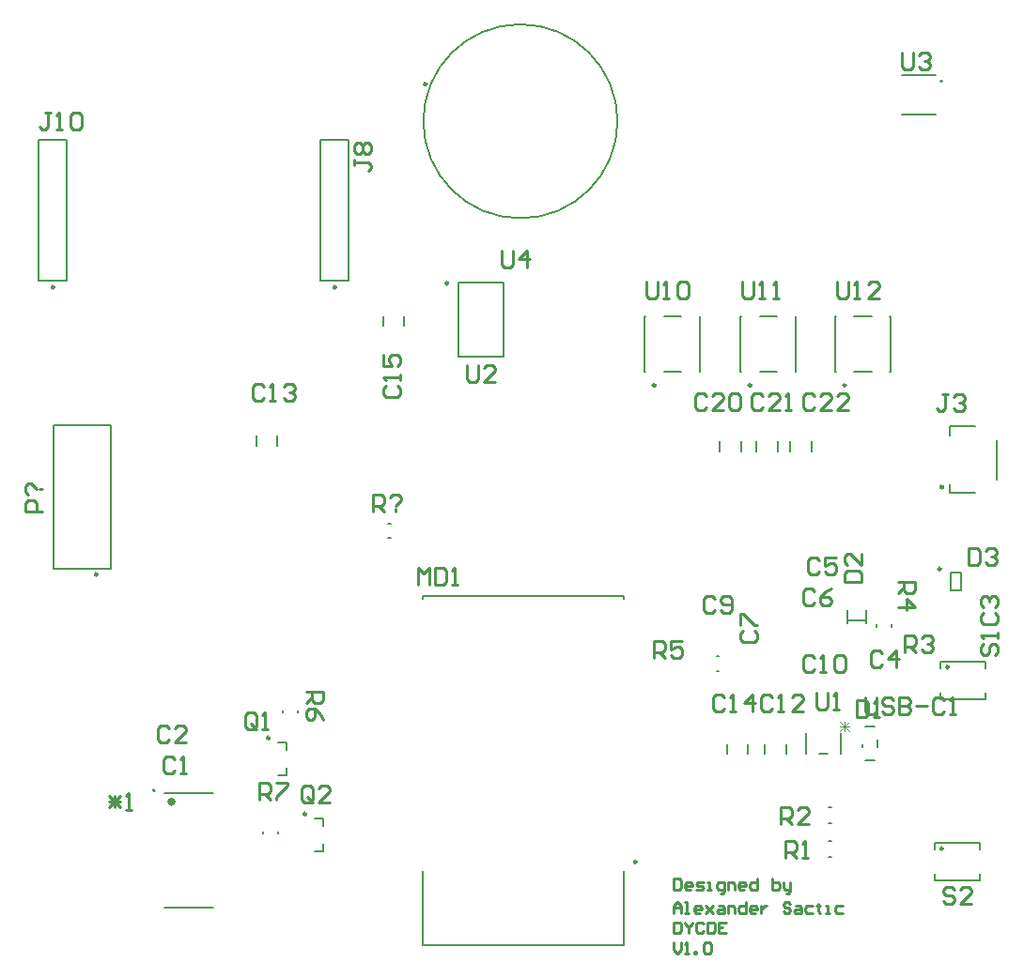
<source format=gbr>
%TF.GenerationSoftware,Altium Limited,Altium Designer,24.3.1 (35)*%
G04 Layer_Color=65535*
%FSLAX45Y45*%
%MOMM*%
%TF.SameCoordinates,335D41A4-EFD6-4B0F-B868-2B534B1C8AB3*%
%TF.FilePolarity,Positive*%
%TF.FileFunction,Legend,Top*%
%TF.Part,Single*%
G01*
G75*
%TA.AperFunction,NonConductor*%
%ADD51C,0.25000*%
%ADD52C,0.20000*%
%ADD53C,0.15000*%
%ADD54C,0.30000*%
%ADD55C,0.10000*%
%ADD56C,0.12700*%
%ADD57C,0.15240*%
%ADD58C,0.25400*%
%ADD59C,0.07620*%
D51*
X5552500Y8790000D02*
G03*
X5552500Y8790000I-12500J0D01*
G01*
X3012500D02*
G03*
X3012500Y8790000I-12500J0D01*
G01*
X6368600Y10622900D02*
G03*
X6368600Y10622900I-12500J0D01*
G01*
X6563000Y8826300D02*
G03*
X6563000Y8826300I-12500J0D01*
G01*
X3401400Y6200100D02*
G03*
X3401400Y6200100I-12500J0D01*
G01*
X11002900Y6250100D02*
G03*
X11002900Y6250100I-12500J0D01*
G01*
X11073900Y5364000D02*
G03*
X11073900Y5364000I-12500J0D01*
G01*
X11023100Y3725698D02*
G03*
X11023100Y3725698I-12500J0D01*
G01*
X8432700Y7905400D02*
G03*
X8432700Y7905400I-12500J0D01*
G01*
X9296300D02*
G03*
X9296300Y7905400I-12500J0D01*
G01*
X10147200D02*
G03*
X10147200Y7905400I-12500J0D01*
G01*
X4954400Y4723900D02*
G03*
X4954400Y4723900I-12500J0D01*
G01*
X8262400Y3606800D02*
G03*
X8262400Y3606800I-12500J0D01*
G01*
X5284600Y4038100D02*
G03*
X5284600Y4038100I-12500J0D01*
G01*
D52*
X11016500Y10646400D02*
G03*
X11016500Y10646400I-10000J0D01*
G01*
X3919100Y4248400D02*
G03*
X3919100Y4248400I-10000J0D01*
G01*
X9340790Y7308454D02*
Y7398146D01*
X9531410Y7308454D02*
Y7398146D01*
X9645590Y7308454D02*
Y7398146D01*
X9836210Y7308454D02*
Y7398146D01*
X5413000Y8850000D02*
X5667000D01*
Y10120000D01*
X5413000D02*
X5667000D01*
X5413000Y8850000D02*
Y10120000D01*
X2873000Y8850000D02*
X3127000D01*
Y10120000D01*
X2873000D02*
X3127000D01*
X2873000Y8850000D02*
Y10120000D01*
X9201210Y7308454D02*
Y7398146D01*
X9010590Y7308454D02*
Y7398146D01*
X9995098Y4095902D02*
X10020102D01*
X9995098Y3955898D02*
X10020102D01*
X9995098Y3791102D02*
X10020102D01*
X9995098Y3651098D02*
X10020102D01*
X6165911Y8438754D02*
Y8528446D01*
X5975289Y8438754D02*
Y8528446D01*
X6653002Y8161299D02*
Y8831301D01*
X7062998Y8161299D02*
Y8831301D01*
X6653002D02*
X7062998D01*
X6653002Y8161299D02*
X7062998D01*
X3002400Y6246100D02*
X3525400D01*
Y7546100D01*
X3002400Y6246100D02*
Y7546100D01*
X3525400D01*
X9607611Y4577954D02*
Y4667646D01*
X9416989Y4577954D02*
Y4667646D01*
X10163901Y5756600D02*
Y5876600D01*
X10333899Y5756600D02*
Y5876600D01*
X10171400Y5784098D02*
X10326400D01*
X11092901Y6051601D02*
X11182899D01*
X11092901Y6216599D02*
X11182899D01*
X11092901Y6051601D02*
Y6216599D01*
X11182899Y6051601D02*
Y6216599D01*
X11001400Y5074001D02*
X11401400D01*
Y5134000D01*
X11001400Y5074001D02*
Y5134000D01*
Y5414000D02*
X11401400D01*
X11001400Y5354000D02*
Y5414000D01*
X11401400Y5354000D02*
Y5414000D01*
X10950600Y3435695D02*
X11350600D01*
Y3495695D01*
X10950600Y3435695D02*
Y3495695D01*
Y3775700D02*
X11350600D01*
X10950600Y3715700D02*
Y3775700D01*
X11350600Y3715700D02*
Y3775700D01*
X8335200Y8030400D02*
Y8530400D01*
X8835200Y8030400D02*
Y8530400D01*
X8830200Y8030400D02*
X8835200D01*
X8830200Y8530400D02*
X8835200D01*
X8335200D02*
X8340200D01*
X8335200Y8030400D02*
X8340200D01*
X8505200D02*
X8665200D01*
X8505200Y8530400D02*
X8665200D01*
X9198800Y8030400D02*
Y8530400D01*
X9698800Y8030400D02*
Y8530400D01*
X9693800Y8030400D02*
X9698800D01*
X9693800Y8530400D02*
X9698800D01*
X9198800D02*
X9203800D01*
X9198800Y8030400D02*
X9203800D01*
X9368800D02*
X9528800D01*
X9368800Y8530400D02*
X9528800D01*
X10049700Y8030400D02*
Y8530400D01*
X10549700Y8030400D02*
Y8530400D01*
X10544700Y8030400D02*
X10549700D01*
X10544700Y8530400D02*
X10549700D01*
X10049700D02*
X10054700D01*
X10049700Y8030400D02*
X10054700D01*
X10219700D02*
X10379700D01*
X10219700Y8530400D02*
X10379700D01*
X5025400Y4679899D02*
X5106899D01*
Y4613900D02*
Y4679899D01*
X5025400Y4387901D02*
X5106899D01*
Y4453900D01*
X9074089Y4577954D02*
Y4667646D01*
X9264711Y4577954D02*
Y4667646D01*
X10420198Y5727898D02*
Y5752902D01*
X10560202Y5727898D02*
Y5752902D01*
X4009100Y3193400D02*
X4449100D01*
X4009100Y4223400D02*
X4449100D01*
X8981603Y5464998D02*
X9001603D01*
X8981603Y5330002D02*
X9001603D01*
X5076002Y4955698D02*
Y4975698D01*
X5210998Y4955698D02*
Y4975698D01*
X4832289Y7359254D02*
Y7448946D01*
X5022911Y7359254D02*
Y7448946D01*
X6022503Y6653799D02*
X6042503D01*
X6022503Y6528801D02*
X6042503D01*
X8144901Y2857800D02*
Y3524301D01*
Y5975299D02*
Y6007801D01*
X6334902D02*
X8144901D01*
X6334902Y2857800D02*
Y3524301D01*
Y5975299D02*
Y6007801D01*
Y2857800D02*
X8144901D01*
X10318201Y4823602D02*
X10408199D01*
X10318201Y4523598D02*
X10408199D01*
X10293198Y4638599D02*
Y4668601D01*
X10433202Y4638599D02*
Y4708601D01*
X5355600Y3994099D02*
X5437099D01*
Y3928100D02*
Y3994099D01*
X5355600Y3702101D02*
X5437099D01*
Y3768100D01*
X5033198Y3863503D02*
Y3883503D01*
X4898202Y3863503D02*
Y3883503D01*
D53*
X8088600Y10287000D02*
G03*
X8088600Y10287000I-875000J0D01*
G01*
D54*
X4089100Y4148400D02*
G03*
X4089100Y4148400I-20000J0D01*
G01*
X11019898Y6987802D02*
G03*
X11019898Y6987802I-10000J0D01*
G01*
D55*
X10268200Y4828600D02*
G03*
X10268200Y4828600I-5000J0D01*
G01*
D56*
X10649000Y10703400D02*
X10955000D01*
X10649000Y10349400D02*
X10955000D01*
X11505898Y7052805D02*
Y7412804D01*
X11080900Y7532804D02*
X11308398D01*
X11080900Y7452804D02*
Y7532804D01*
Y6932800D02*
X11308398D01*
X11080900D02*
Y7012800D01*
D57*
X9786620Y4578985D02*
Y4769485D01*
X9903963Y4578985D02*
X9984237D01*
X10101580D02*
Y4769485D01*
D58*
X8597900Y3457355D02*
Y3357387D01*
X8647884D01*
X8664545Y3374048D01*
Y3440693D01*
X8647884Y3457355D01*
X8597900D01*
X8747852Y3357387D02*
X8714529D01*
X8697868Y3374048D01*
Y3407371D01*
X8714529Y3424032D01*
X8747852D01*
X8764513Y3407371D01*
Y3390709D01*
X8697868D01*
X8797836Y3357387D02*
X8847819D01*
X8864481Y3374048D01*
X8847819Y3390709D01*
X8814497D01*
X8797836Y3407371D01*
X8814497Y3424032D01*
X8864481D01*
X8897803Y3357387D02*
X8931126D01*
X8914465D01*
Y3424032D01*
X8897803D01*
X9014432Y3324064D02*
X9031094D01*
X9047755Y3340725D01*
Y3424032D01*
X8997771D01*
X8981110Y3407371D01*
Y3374048D01*
X8997771Y3357387D01*
X9047755D01*
X9081078D02*
Y3424032D01*
X9131061D01*
X9147723Y3407371D01*
Y3357387D01*
X9231029D02*
X9197707D01*
X9181045Y3374048D01*
Y3407371D01*
X9197707Y3424032D01*
X9231029D01*
X9247690Y3407371D01*
Y3390709D01*
X9181045D01*
X9347658Y3457355D02*
Y3357387D01*
X9297675D01*
X9281013Y3374048D01*
Y3407371D01*
X9297675Y3424032D01*
X9347658D01*
X9480949Y3457355D02*
Y3357387D01*
X9530933D01*
X9547594Y3374048D01*
Y3390709D01*
Y3407371D01*
X9530933Y3424032D01*
X9480949D01*
X9580917D02*
Y3374048D01*
X9597578Y3357387D01*
X9647562D01*
Y3340725D01*
X9630900Y3324064D01*
X9614239D01*
X9647562Y3357387D02*
Y3424032D01*
X8597900Y3143143D02*
Y3209788D01*
X8631223Y3243111D01*
X8664545Y3209788D01*
Y3143143D01*
Y3193127D01*
X8597900D01*
X8697868Y3143143D02*
X8731190D01*
X8714529D01*
Y3243111D01*
X8697868D01*
X8831158Y3143143D02*
X8797836D01*
X8781174Y3159804D01*
Y3193127D01*
X8797836Y3209788D01*
X8831158D01*
X8847819Y3193127D01*
Y3176465D01*
X8781174D01*
X8881142Y3209788D02*
X8947787Y3143143D01*
X8914465Y3176465D01*
X8947787Y3209788D01*
X8881142Y3143143D01*
X8997771Y3209788D02*
X9031094D01*
X9047755Y3193127D01*
Y3143143D01*
X8997771D01*
X8981110Y3159804D01*
X8997771Y3176465D01*
X9047755D01*
X9081078Y3143143D02*
Y3209788D01*
X9131061D01*
X9147723Y3193127D01*
Y3143143D01*
X9247690Y3243111D02*
Y3143143D01*
X9197707D01*
X9181045Y3159804D01*
Y3193127D01*
X9197707Y3209788D01*
X9247690D01*
X9330997Y3143143D02*
X9297675D01*
X9281013Y3159804D01*
Y3193127D01*
X9297675Y3209788D01*
X9330997D01*
X9347658Y3193127D01*
Y3176465D01*
X9281013D01*
X9380981Y3209788D02*
Y3143143D01*
Y3176465D01*
X9397642Y3193127D01*
X9414303Y3209788D01*
X9430965D01*
X9647562Y3226449D02*
X9630900Y3243111D01*
X9597578D01*
X9580917Y3226449D01*
Y3209788D01*
X9597578Y3193127D01*
X9630900D01*
X9647562Y3176465D01*
Y3159804D01*
X9630900Y3143143D01*
X9597578D01*
X9580917Y3159804D01*
X9697546Y3209788D02*
X9730868D01*
X9747529Y3193127D01*
Y3143143D01*
X9697546D01*
X9680884Y3159804D01*
X9697546Y3176465D01*
X9747529D01*
X9847497Y3209788D02*
X9797514D01*
X9780852Y3193127D01*
Y3159804D01*
X9797514Y3143143D01*
X9847497D01*
X9897481Y3226449D02*
Y3209788D01*
X9880820D01*
X9914142D01*
X9897481D01*
Y3159804D01*
X9914142Y3143143D01*
X9964126D02*
X9997449D01*
X9980788D01*
Y3209788D01*
X9964126D01*
X10114078D02*
X10064094D01*
X10047433Y3193127D01*
Y3159804D01*
X10064094Y3143143D01*
X10114078D01*
X8597900Y3062189D02*
Y2962221D01*
X8647884D01*
X8664545Y2978883D01*
Y3045528D01*
X8647884Y3062189D01*
X8597900D01*
X8697868D02*
Y3045528D01*
X8731190Y3012205D01*
X8764513Y3045528D01*
Y3062189D01*
X8731190Y3012205D02*
Y2962221D01*
X8864481Y3045528D02*
X8847819Y3062189D01*
X8814497D01*
X8797836Y3045528D01*
Y2978883D01*
X8814497Y2962221D01*
X8847819D01*
X8864481Y2978883D01*
X8897803Y3062189D02*
Y2962221D01*
X8947787D01*
X8964448Y2978883D01*
Y3045528D01*
X8947787Y3062189D01*
X8897803D01*
X9064416D02*
X8997771D01*
Y2962221D01*
X9064416D01*
X8997771Y3012205D02*
X9031094D01*
X8597900Y2881268D02*
Y2814623D01*
X8631223Y2781300D01*
X8664545Y2814623D01*
Y2881268D01*
X8697868Y2781300D02*
X8731190D01*
X8714529D01*
Y2881268D01*
X8697868Y2864606D01*
X8781174Y2781300D02*
Y2797961D01*
X8797836D01*
Y2781300D01*
X8781174D01*
X8864481Y2864606D02*
X8881142Y2881268D01*
X8914465D01*
X8931126Y2864606D01*
Y2797961D01*
X8914465Y2781300D01*
X8881142D01*
X8864481Y2797961D01*
Y2864606D01*
X2979387Y10368231D02*
X2928603D01*
X2953995D01*
Y10241272D01*
X2928603Y10215880D01*
X2903212D01*
X2877820Y10241272D01*
X3030171Y10215880D02*
X3080954D01*
X3055563D01*
Y10368231D01*
X3030171Y10342839D01*
X3157130D02*
X3182521Y10368231D01*
X3233305D01*
X3258697Y10342839D01*
Y10241272D01*
X3233305Y10215880D01*
X3182521D01*
X3157130Y10241272D01*
Y10342839D01*
X5715024Y9944108D02*
Y9893324D01*
Y9918716D01*
X5841983D01*
X5867375Y9893324D01*
Y9867933D01*
X5841983Y9842541D01*
X5740416Y9994892D02*
X5715024Y10020283D01*
Y10071067D01*
X5740416Y10096459D01*
X5765808D01*
X5791200Y10071067D01*
X5816592Y10096459D01*
X5841983D01*
X5867375Y10071067D01*
Y10020283D01*
X5841983Y9994892D01*
X5816592D01*
X5791200Y10020283D01*
X5765808Y9994892D01*
X5740416D01*
X5791200Y10020283D02*
Y10071067D01*
X10063480Y8841691D02*
Y8714732D01*
X10088872Y8689340D01*
X10139655D01*
X10165047Y8714732D01*
Y8841691D01*
X10215831Y8689340D02*
X10266614D01*
X10241223D01*
Y8841691D01*
X10215831Y8816299D01*
X10444357Y8689340D02*
X10342790D01*
X10444357Y8790907D01*
Y8816299D01*
X10418965Y8841691D01*
X10368181D01*
X10342790Y8816299D01*
X9212580Y8841691D02*
Y8714732D01*
X9237972Y8689340D01*
X9288755D01*
X9314147Y8714732D01*
Y8841691D01*
X9364931Y8689340D02*
X9415714D01*
X9390323D01*
Y8841691D01*
X9364931Y8816299D01*
X9491890Y8689340D02*
X9542673D01*
X9517281D01*
Y8841691D01*
X9491890Y8816299D01*
X8348980Y8841691D02*
Y8714732D01*
X8374372Y8689340D01*
X8425155D01*
X8450547Y8714732D01*
Y8841691D01*
X8501331Y8689340D02*
X8552114D01*
X8526723D01*
Y8841691D01*
X8501331Y8816299D01*
X8628290D02*
X8653681Y8841691D01*
X8704465D01*
X8729857Y8816299D01*
Y8714732D01*
X8704465Y8689340D01*
X8653681D01*
X8628290Y8714732D01*
Y8816299D01*
X9867933Y7810483D02*
X9842541Y7835875D01*
X9791758D01*
X9766366Y7810483D01*
Y7708917D01*
X9791758Y7683525D01*
X9842541D01*
X9867933Y7708917D01*
X10020284Y7683525D02*
X9918717D01*
X10020284Y7785092D01*
Y7810483D01*
X9994892Y7835875D01*
X9944108D01*
X9918717Y7810483D01*
X10172634Y7683525D02*
X10071067D01*
X10172634Y7785092D01*
Y7810483D01*
X10147243Y7835875D01*
X10096459D01*
X10071067Y7810483D01*
X9398025D02*
X9372633Y7835875D01*
X9321850D01*
X9296458Y7810483D01*
Y7708917D01*
X9321850Y7683525D01*
X9372633D01*
X9398025Y7708917D01*
X9550376Y7683525D02*
X9448808D01*
X9550376Y7785092D01*
Y7810483D01*
X9524984Y7835875D01*
X9474200D01*
X9448808Y7810483D01*
X9601159Y7683525D02*
X9651943D01*
X9626551D01*
Y7835875D01*
X9601159Y7810483D01*
X8890033D02*
X8864641Y7835875D01*
X8813858D01*
X8788466Y7810483D01*
Y7708917D01*
X8813858Y7683525D01*
X8864641D01*
X8890033Y7708917D01*
X9042384Y7683525D02*
X8940817D01*
X9042384Y7785092D01*
Y7810483D01*
X9016992Y7835875D01*
X8966208D01*
X8940817Y7810483D01*
X9093167D02*
X9118559Y7835875D01*
X9169343D01*
X9194734Y7810483D01*
Y7708917D01*
X9169343Y7683525D01*
X9118559D01*
X9093167Y7708917D01*
Y7810483D01*
X10325232Y5092675D02*
Y4965717D01*
X10350623Y4940325D01*
X10401407D01*
X10426799Y4965717D01*
Y5092675D01*
X10579150Y5067283D02*
X10553758Y5092675D01*
X10502974D01*
X10477582Y5067283D01*
Y5041892D01*
X10502974Y5016500D01*
X10553758D01*
X10579150Y4991108D01*
Y4965717D01*
X10553758Y4940325D01*
X10502974D01*
X10477582Y4965717D01*
X10629933Y5092675D02*
Y4940325D01*
X10706108D01*
X10731500Y4965717D01*
Y4991108D01*
X10706108Y5016500D01*
X10629933D01*
X10706108D01*
X10731500Y5041892D01*
Y5067283D01*
X10706108Y5092675D01*
X10629933D01*
X10782284Y5016500D02*
X10883851D01*
X11036202Y5067283D02*
X11010810Y5092675D01*
X10960026D01*
X10934634Y5067283D01*
Y4965717D01*
X10960026Y4940325D01*
X11010810D01*
X11036202Y4965717D01*
X11086985Y4940325D02*
X11137769D01*
X11112377D01*
Y5092675D01*
X11086985Y5067283D01*
X7048541Y9118575D02*
Y8991617D01*
X7073933Y8966225D01*
X7124717D01*
X7150108Y8991617D01*
Y9118575D01*
X7277067Y8966225D02*
Y9118575D01*
X7200892Y9042400D01*
X7302459D01*
X10655341Y10909275D02*
Y10782317D01*
X10680733Y10756925D01*
X10731517D01*
X10756908Y10782317D01*
Y10909275D01*
X10807692Y10883883D02*
X10833084Y10909275D01*
X10883867D01*
X10909259Y10883883D01*
Y10858492D01*
X10883867Y10833100D01*
X10858475D01*
X10883867D01*
X10909259Y10807708D01*
Y10782317D01*
X10883867Y10756925D01*
X10833084D01*
X10807692Y10782317D01*
X6731041Y8089875D02*
Y7962917D01*
X6756433Y7937525D01*
X6807217D01*
X6832608Y7962917D01*
Y8089875D01*
X6984959Y7937525D02*
X6883392D01*
X6984959Y8039092D01*
Y8064483D01*
X6959567Y8089875D01*
X6908784D01*
X6883392Y8064483D01*
X9880633Y5130775D02*
Y5003817D01*
X9906025Y4978425D01*
X9956808D01*
X9982200Y5003817D01*
Y5130775D01*
X10032984Y4978425D02*
X10083767D01*
X10058376D01*
Y5130775D01*
X10032984Y5105383D01*
X11125208Y3352783D02*
X11099817Y3378175D01*
X11049033D01*
X11023641Y3352783D01*
Y3327392D01*
X11049033Y3302000D01*
X11099817D01*
X11125208Y3276608D01*
Y3251217D01*
X11099817Y3225825D01*
X11049033D01*
X11023641Y3251217D01*
X11277559Y3225825D02*
X11175992D01*
X11277559Y3327392D01*
Y3352783D01*
X11252167Y3378175D01*
X11201384D01*
X11175992Y3352783D01*
X11391916Y5575300D02*
X11366524Y5549908D01*
Y5499125D01*
X11391916Y5473733D01*
X11417308D01*
X11442700Y5499125D01*
Y5549908D01*
X11468092Y5575300D01*
X11493483D01*
X11518875Y5549908D01*
Y5499125D01*
X11493483Y5473733D01*
X11518875Y5626083D02*
Y5676867D01*
Y5651475D01*
X11366524D01*
X11391916Y5626083D01*
X5885180Y6769100D02*
Y6921451D01*
X5961355D01*
X5986747Y6896059D01*
Y6845275D01*
X5961355Y6819883D01*
X5885180D01*
X5935963D02*
X5986747Y6769100D01*
X6037531Y6896059D02*
X6062923Y6921451D01*
X6113706D01*
X6139098Y6896059D01*
Y6870667D01*
X6088314Y6819883D01*
Y6794492D02*
Y6769100D01*
X4859020Y4168140D02*
Y4320491D01*
X4935195D01*
X4960587Y4295099D01*
Y4244315D01*
X4935195Y4218923D01*
X4859020D01*
X4909803D02*
X4960587Y4168140D01*
X5011371Y4320491D02*
X5112938D01*
Y4295099D01*
X5011371Y4193532D01*
Y4168140D01*
X5283225Y5143459D02*
X5435575D01*
Y5067283D01*
X5410183Y5041892D01*
X5359400D01*
X5334008Y5067283D01*
Y5143459D01*
Y5092675D02*
X5283225Y5041892D01*
X5435575Y4889541D02*
X5410183Y4940325D01*
X5359400Y4991108D01*
X5308617D01*
X5283225Y4965716D01*
Y4914933D01*
X5308617Y4889541D01*
X5334008D01*
X5359400Y4914933D01*
Y4991108D01*
X8420141Y5448325D02*
Y5600675D01*
X8496317D01*
X8521708Y5575283D01*
Y5524500D01*
X8496317Y5499108D01*
X8420141D01*
X8470925D02*
X8521708Y5448325D01*
X8674059Y5600675D02*
X8572492D01*
Y5524500D01*
X8623275Y5549892D01*
X8648667D01*
X8674059Y5524500D01*
Y5473717D01*
X8648667Y5448325D01*
X8597884D01*
X8572492Y5473717D01*
X10617829Y6134929D02*
X10770180D01*
Y6058754D01*
X10744788Y6033362D01*
X10694005D01*
X10668613Y6058754D01*
Y6134929D01*
Y6084146D02*
X10617829Y6033362D01*
Y5906403D02*
X10770180D01*
X10694005Y5982579D01*
Y5881011D01*
X10680741Y5499125D02*
Y5651475D01*
X10756917D01*
X10782308Y5626083D01*
Y5575300D01*
X10756917Y5549908D01*
X10680741D01*
X10731525D02*
X10782308Y5499125D01*
X10833092Y5626083D02*
X10858484Y5651475D01*
X10909267D01*
X10934659Y5626083D01*
Y5600692D01*
X10909267Y5575300D01*
X10883875D01*
X10909267D01*
X10934659Y5549908D01*
Y5524517D01*
X10909267Y5499125D01*
X10858484D01*
X10833092Y5524517D01*
X9563141Y3949725D02*
Y4102075D01*
X9639317D01*
X9664708Y4076683D01*
Y4025900D01*
X9639317Y4000508D01*
X9563141D01*
X9613925D02*
X9664708Y3949725D01*
X9817059D02*
X9715492D01*
X9817059Y4051292D01*
Y4076683D01*
X9791667Y4102075D01*
X9740884D01*
X9715492Y4076683D01*
X9601233Y3644925D02*
Y3797275D01*
X9677408D01*
X9702800Y3771883D01*
Y3721100D01*
X9677408Y3695708D01*
X9601233D01*
X9652017D02*
X9702800Y3644925D01*
X9753584D02*
X9804367D01*
X9778976D01*
Y3797275D01*
X9753584Y3771883D01*
X5341587Y4165592D02*
Y4267159D01*
X5316195Y4292551D01*
X5265412D01*
X5240020Y4267159D01*
Y4165592D01*
X5265412Y4140200D01*
X5316195D01*
X5290803Y4190983D02*
X5341587Y4140200D01*
X5316195D02*
X5341587Y4165592D01*
X5493938Y4140200D02*
X5392371D01*
X5493938Y4241767D01*
Y4267159D01*
X5468546Y4292551D01*
X5417763D01*
X5392371Y4267159D01*
X4838700Y4826017D02*
Y4927583D01*
X4813308Y4952975D01*
X4762525D01*
X4737133Y4927583D01*
Y4826017D01*
X4762525Y4800625D01*
X4813308D01*
X4787917Y4851408D02*
X4838700Y4800625D01*
X4813308D02*
X4838700Y4826017D01*
X4889484Y4800625D02*
X4940267D01*
X4914876D01*
Y4952975D01*
X4889484Y4927583D01*
X2908275Y6769141D02*
X2755924D01*
Y6845316D01*
X2781316Y6870708D01*
X2832100D01*
X2857492Y6845316D01*
Y6769141D01*
X2781316Y6921492D02*
X2755924Y6946883D01*
Y6997667D01*
X2781316Y7023059D01*
X2806708D01*
X2857492Y6972275D01*
X2882883D02*
X2908275D01*
X6294120Y6103620D02*
Y6255971D01*
X6344903Y6205187D01*
X6395687Y6255971D01*
Y6103620D01*
X6446471Y6255971D02*
Y6103620D01*
X6522646D01*
X6548038Y6129012D01*
Y6230579D01*
X6522646Y6255971D01*
X6446471D01*
X6598821Y6103620D02*
X6649605D01*
X6624213D01*
Y6255971D01*
X6598821Y6230579D01*
X11069287Y7828231D02*
X11018503D01*
X11043895D01*
Y7701272D01*
X11018503Y7675880D01*
X10993112D01*
X10967720Y7701272D01*
X11120071Y7802839D02*
X11145463Y7828231D01*
X11196246D01*
X11221638Y7802839D01*
Y7777447D01*
X11196246Y7752055D01*
X11170854D01*
X11196246D01*
X11221638Y7726663D01*
Y7701272D01*
X11196246Y7675880D01*
X11145463D01*
X11120071Y7701272D01*
X11252241Y6438875D02*
Y6286525D01*
X11328417D01*
X11353808Y6311917D01*
Y6413483D01*
X11328417Y6438875D01*
X11252241D01*
X11404592Y6413483D02*
X11429984Y6438875D01*
X11480767D01*
X11506159Y6413483D01*
Y6388092D01*
X11480767Y6362700D01*
X11455375D01*
X11480767D01*
X11506159Y6337308D01*
Y6311917D01*
X11480767Y6286525D01*
X11429984D01*
X11404592Y6311917D01*
X10134624Y6134141D02*
X10286975D01*
Y6210316D01*
X10261583Y6235708D01*
X10160016D01*
X10134624Y6210316D01*
Y6134141D01*
X10286975Y6388059D02*
Y6286492D01*
X10185408Y6388059D01*
X10160016D01*
X10134624Y6362667D01*
Y6311883D01*
X10160016Y6286492D01*
X10241280Y5067251D02*
Y4914900D01*
X10317455D01*
X10342847Y4940292D01*
Y5041859D01*
X10317455Y5067251D01*
X10241280D01*
X10393631Y4914900D02*
X10444414D01*
X10419023D01*
Y5067251D01*
X10393631Y5041859D01*
X6007116Y7899429D02*
X5981724Y7874037D01*
Y7823253D01*
X6007116Y7797861D01*
X6108683D01*
X6134075Y7823253D01*
Y7874037D01*
X6108683Y7899429D01*
X6134075Y7950212D02*
Y8000996D01*
Y7975604D01*
X5981724D01*
X6007116Y7950212D01*
X5981724Y8178738D02*
Y8077171D01*
X6057900D01*
X6032508Y8127955D01*
Y8153346D01*
X6057900Y8178738D01*
X6108683D01*
X6134075Y8153346D01*
Y8102563D01*
X6108683Y8077171D01*
X9055129Y5092683D02*
X9029737Y5118075D01*
X8978954D01*
X8953562Y5092683D01*
Y4991117D01*
X8978954Y4965725D01*
X9029737D01*
X9055129Y4991117D01*
X9105912Y4965725D02*
X9156696D01*
X9131304D01*
Y5118075D01*
X9105912Y5092683D01*
X9309047Y4965725D02*
Y5118075D01*
X9232871Y5041900D01*
X9334439D01*
X4899627Y7891739D02*
X4874235Y7917131D01*
X4823452D01*
X4798060Y7891739D01*
Y7790172D01*
X4823452Y7764780D01*
X4874235D01*
X4899627Y7790172D01*
X4950411Y7764780D02*
X5001194D01*
X4975803D01*
Y7917131D01*
X4950411Y7891739D01*
X5077370D02*
X5102761Y7917131D01*
X5153545D01*
X5178937Y7891739D01*
Y7866347D01*
X5153545Y7840955D01*
X5128153D01*
X5153545D01*
X5178937Y7815563D01*
Y7790172D01*
X5153545Y7764780D01*
X5102761D01*
X5077370Y7790172D01*
X9486929Y5092683D02*
X9461537Y5118075D01*
X9410754D01*
X9385362Y5092683D01*
Y4991117D01*
X9410754Y4965725D01*
X9461537D01*
X9486929Y4991117D01*
X9537712Y4965725D02*
X9588496D01*
X9563104D01*
Y5118075D01*
X9537712Y5092683D01*
X9766239Y4965725D02*
X9664671D01*
X9766239Y5067292D01*
Y5092683D01*
X9740847Y5118075D01*
X9690063D01*
X9664671Y5092683D01*
X9868028Y5448456D02*
X9842685Y5473898D01*
X9791902Y5473997D01*
X9766461Y5448654D01*
X9766263Y5347088D01*
X9791606Y5321646D01*
X9842389Y5321547D01*
X9867830Y5346890D01*
X9918564Y5321399D02*
X9969347Y5321300D01*
X9943956Y5321350D01*
X9944253Y5473700D01*
X9918811Y5448358D01*
X10045770Y5448111D02*
X10071211Y5473453D01*
X10121994Y5473354D01*
X10147337Y5447913D01*
X10147139Y5346346D01*
X10121698Y5321004D01*
X10070915Y5321102D01*
X10045572Y5346544D01*
X10045770Y5448111D01*
X8966208Y5981683D02*
X8940817Y6007075D01*
X8890033D01*
X8864641Y5981683D01*
Y5880117D01*
X8890033Y5854725D01*
X8940817D01*
X8966208Y5880117D01*
X9016992D02*
X9042384Y5854725D01*
X9093167D01*
X9118559Y5880117D01*
Y5981683D01*
X9093167Y6007075D01*
X9042384D01*
X9016992Y5981683D01*
Y5956292D01*
X9042384Y5930900D01*
X9118559D01*
X9220216Y5689608D02*
X9194824Y5664216D01*
Y5613433D01*
X9220216Y5588041D01*
X9321783D01*
X9347175Y5613433D01*
Y5664216D01*
X9321783Y5689608D01*
X9194824Y5740392D02*
Y5841959D01*
X9220216D01*
X9321783Y5740392D01*
X9347175D01*
X9867908Y6045183D02*
X9842517Y6070575D01*
X9791733D01*
X9766341Y6045183D01*
Y5943617D01*
X9791733Y5918225D01*
X9842517D01*
X9867908Y5943617D01*
X10020259Y6070575D02*
X9969475Y6045183D01*
X9918692Y5994400D01*
Y5943617D01*
X9944084Y5918225D01*
X9994867D01*
X10020259Y5943617D01*
Y5969008D01*
X9994867Y5994400D01*
X9918692D01*
X9906008Y6324583D02*
X9880617Y6349975D01*
X9829833D01*
X9804441Y6324583D01*
Y6223017D01*
X9829833Y6197625D01*
X9880617D01*
X9906008Y6223017D01*
X10058359Y6349975D02*
X9956792D01*
Y6273800D01*
X10007575Y6299192D01*
X10032967D01*
X10058359Y6273800D01*
Y6223017D01*
X10032967Y6197625D01*
X9982184D01*
X9956792Y6223017D01*
X10477508Y5486383D02*
X10452117Y5511775D01*
X10401333D01*
X10375941Y5486383D01*
Y5384817D01*
X10401333Y5359425D01*
X10452117D01*
X10477508Y5384817D01*
X10604467Y5359425D02*
Y5511775D01*
X10528292Y5435600D01*
X10629859D01*
X11391916Y5854708D02*
X11366524Y5829316D01*
Y5778533D01*
X11391916Y5753141D01*
X11493483D01*
X11518875Y5778533D01*
Y5829316D01*
X11493483Y5854708D01*
X11391916Y5905492D02*
X11366524Y5930883D01*
Y5981667D01*
X11391916Y6007059D01*
X11417308D01*
X11442700Y5981667D01*
Y5956275D01*
Y5981667D01*
X11468092Y6007059D01*
X11493483D01*
X11518875Y5981667D01*
Y5930883D01*
X11493483Y5905492D01*
X4051308Y4813283D02*
X4025917Y4838675D01*
X3975133D01*
X3949741Y4813283D01*
Y4711717D01*
X3975133Y4686325D01*
X4025917D01*
X4051308Y4711717D01*
X4203659Y4686325D02*
X4102092D01*
X4203659Y4787892D01*
Y4813283D01*
X4178267Y4838675D01*
X4127484D01*
X4102092Y4813283D01*
X4102100Y4533883D02*
X4076708Y4559275D01*
X4025925D01*
X4000533Y4533883D01*
Y4432317D01*
X4025925Y4406925D01*
X4076708D01*
X4102100Y4432317D01*
X4152884Y4406925D02*
X4203667D01*
X4178276D01*
Y4559275D01*
X4152884Y4533883D01*
X3505233Y4203683D02*
X3606800Y4102117D01*
X3505233D02*
X3606800Y4203683D01*
X3505233Y4152900D02*
X3606800D01*
X3556017Y4102117D02*
Y4203683D01*
X3657584Y4076725D02*
X3708367D01*
X3682976D01*
Y4229075D01*
X3657584Y4203683D01*
D59*
X10175379Y4870450D02*
X10090740Y4785811D01*
Y4870450D02*
X10175379Y4785811D01*
X10133059Y4870450D02*
Y4785811D01*
X10090740Y4828130D02*
X10175379D01*
%TF.MD5,1b9e81bab2982cadbcb701784fa586c2*%
M02*

</source>
